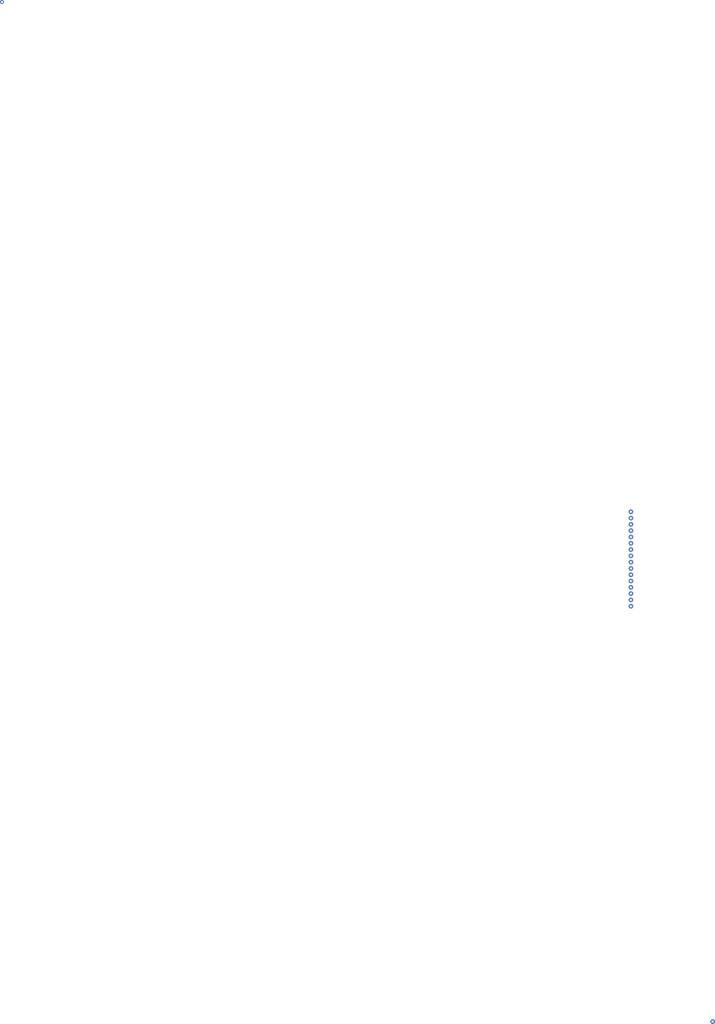
<source format=kicad_pcb>
(kicad_pcb (version 20171130) (host pcbnew "(5.1.10)-1")

  (general
    (thickness 1.6)
    (drawings 0)
    (tracks 18)
    (zones 0)
    (modules 0)
    (nets 1)
  )

  (page A4)
  (layers
    (0 F.Cu signal)
    (31 B.Cu signal)
    (32 B.Adhes user)
    (33 F.Adhes user)
    (34 B.Paste user)
    (35 F.Paste user)
    (36 B.SilkS user)
    (37 F.SilkS user)
    (38 B.Mask user)
    (39 F.Mask user)
    (40 Dwgs.User user)
    (41 Cmts.User user)
    (42 Eco1.User user)
    (43 Eco2.User user)
    (44 Edge.Cuts user)
    (45 Margin user)
    (46 B.CrtYd user)
    (47 F.CrtYd user)
    (48 B.Fab user)
    (49 F.Fab user)
  )

  (setup
    (last_trace_width 0.25)
    (trace_clearance 0.2)
    (zone_clearance 0.508)
    (zone_45_only no)
    (trace_min 0.2)
    (via_size 0.8)
    (via_drill 0.4)
    (via_min_size 0.4)
    (via_min_drill 0.3)
    (uvia_size 0.3)
    (uvia_drill 0.1)
    (uvias_allowed no)
    (uvia_min_size 0.2)
    (uvia_min_drill 0.1)
    (edge_width 0.05)
    (segment_width 0.2)
    (pcb_text_width 0.3)
    (pcb_text_size 1.5 1.5)
    (mod_edge_width 0.12)
    (mod_text_size 1 1)
    (mod_text_width 0.15)
    (pad_size 1.524 1.524)
    (pad_drill 0.762)
    (pad_to_mask_clearance 0)
    (aux_axis_origin 0 0)
    (visible_elements FFFFFF7F)
    (pcbplotparams
      (layerselection 0x010fc_ffffffff)
      (usegerberextensions false)
      (usegerberattributes true)
      (usegerberadvancedattributes true)
      (creategerberjobfile true)
      (excludeedgelayer true)
      (linewidth 0.100000)
      (plotframeref false)
      (viasonmask false)
      (mode 1)
      (useauxorigin false)
      (hpglpennumber 1)
      (hpglpenspeed 20)
      (hpglpendiameter 15.000000)
      (psnegative false)
      (psa4output false)
      (plotreference true)
      (plotvalue true)
      (plotinvisibletext false)
      (padsonsilk false)
      (subtractmaskfromsilk false)
      (outputformat 1)
      (mirror false)
      (drillshape 1)
      (scaleselection 1)
      (outputdirectory ""))
  )

  (net 0 "")

  (net_class Default "This is the default net class."
    (clearance 0.2)
    (trace_width 0.25)
    (via_dia 0.8)
    (via_drill 0.4)
    (uvia_dia 0.3)
    (uvia_drill 0.1)
  )

  (via (at 0 0) (size 0.8) (drill 0.4) (layers F.Cu B.Cu) (net 0))
  (via (at 127 102.87) (size 0.95) (drill 0.4) (layers F.Cu B.Cu) (net 0))
  (via (at 127 104.14) (size 0.95) (drill 0.4) (layers F.Cu B.Cu) (net 0))
  (via (at 127 106.68) (size 0.95) (drill 0.4) (layers F.Cu B.Cu) (net 0) (tstamp 60BFBEF0))
  (via (at 127 105.41) (size 0.95) (drill 0.4) (layers F.Cu B.Cu) (net 0) (tstamp 60BFBEF0))
  (via (at 127 107.95) (size 0.95) (drill 0.4) (layers F.Cu B.Cu) (net 0) (tstamp 60BFBEF0))
  (via (at 127 109.22) (size 0.95) (drill 0.4) (layers F.Cu B.Cu) (net 0) (tstamp 60BFBEF0))
  (via (at 127 110.49) (size 0.95) (drill 0.4) (layers F.Cu B.Cu) (net 0) (tstamp 60BFBEF0))
  (via (at 127 111.76) (size 0.95) (drill 0.4) (layers F.Cu B.Cu) (net 0) (tstamp 60BFBEF0))
  (via (at 127 113.03) (size 0.95) (drill 0.4) (layers F.Cu B.Cu) (net 0) (tstamp 60BFBEF0))
  (via (at 127 114.3) (size 0.95) (drill 0.4) (layers F.Cu B.Cu) (net 0) (tstamp 60BFBEF0))
  (via (at 127 115.57) (size 0.95) (drill 0.4) (layers F.Cu B.Cu) (net 0) (tstamp 60BFBEF0))
  (via (at 127 116.84) (size 0.95) (drill 0.4) (layers F.Cu B.Cu) (net 0) (tstamp 60BFBEF0))
  (via (at 127 118.11) (size 0.95) (drill 0.4) (layers F.Cu B.Cu) (net 0) (tstamp 60BFBEF0))
  (via (at 127 119.38) (size 0.95) (drill 0.4) (layers F.Cu B.Cu) (net 0) (tstamp 60BFBEF0))
  (via (at 127 120.65) (size 0.95) (drill 0.4) (layers F.Cu B.Cu) (net 0) (tstamp 60BFBEF0))
  (via (at 127 121.92) (size 0.95) (drill 0.4) (layers F.Cu B.Cu) (net 0) (tstamp 60BFBEF0))
  (via (at 143.51 205.74) (size 0.95) (drill 0.4) (layers F.Cu B.Cu) (net 0) (tstamp 60BFBEF0))

)

</source>
